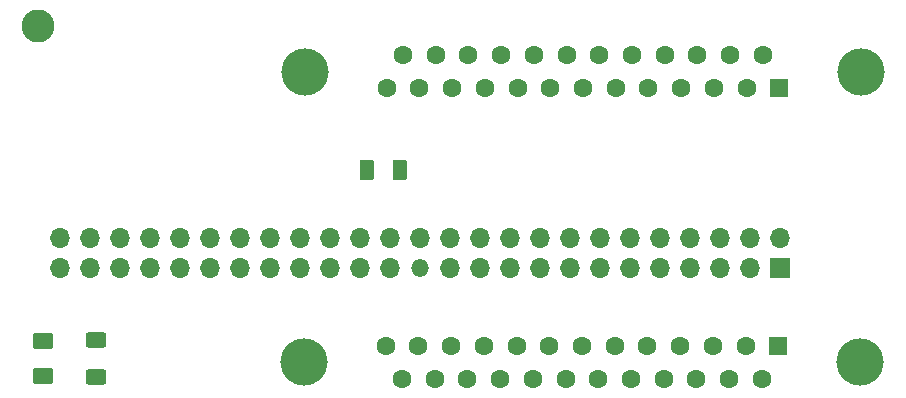
<source format=gts>
G04 #@! TF.GenerationSoftware,KiCad,Pcbnew,(7.0.0-0)*
G04 #@! TF.CreationDate,2024-01-14T16:53:11+09:00*
G04 #@! TF.ProjectId,SCSIRIDER2_db25:f_gh,53435349-5249-4444-9552-325f64623235,rev?*
G04 #@! TF.SameCoordinates,Original*
G04 #@! TF.FileFunction,Soldermask,Top*
G04 #@! TF.FilePolarity,Negative*
%FSLAX46Y46*%
G04 Gerber Fmt 4.6, Leading zero omitted, Abs format (unit mm)*
G04 Created by KiCad (PCBNEW (7.0.0-0)) date 2024-01-14 16:53:11*
%MOMM*%
%LPD*%
G01*
G04 APERTURE LIST*
G04 Aperture macros list*
%AMRoundRect*
0 Rectangle with rounded corners*
0 $1 Rounding radius*
0 $2 $3 $4 $5 $6 $7 $8 $9 X,Y pos of 4 corners*
0 Add a 4 corners polygon primitive as box body*
4,1,4,$2,$3,$4,$5,$6,$7,$8,$9,$2,$3,0*
0 Add four circle primitives for the rounded corners*
1,1,$1+$1,$2,$3*
1,1,$1+$1,$4,$5*
1,1,$1+$1,$6,$7*
1,1,$1+$1,$8,$9*
0 Add four rect primitives between the rounded corners*
20,1,$1+$1,$2,$3,$4,$5,0*
20,1,$1+$1,$4,$5,$6,$7,0*
20,1,$1+$1,$6,$7,$8,$9,0*
20,1,$1+$1,$8,$9,$2,$3,0*%
G04 Aperture macros list end*
%ADD10RoundRect,0.250001X-0.624999X0.462499X-0.624999X-0.462499X0.624999X-0.462499X0.624999X0.462499X0*%
%ADD11C,4.000000*%
%ADD12R,1.600000X1.600000*%
%ADD13C,1.600000*%
%ADD14RoundRect,0.250000X-0.375000X-0.625000X0.375000X-0.625000X0.375000X0.625000X-0.375000X0.625000X0*%
%ADD15C,2.800000*%
%ADD16RoundRect,0.250000X-0.625000X0.400000X-0.625000X-0.400000X0.625000X-0.400000X0.625000X0.400000X0*%
%ADD17R,1.700000X1.700000*%
%ADD18O,1.700000X1.700000*%
%ADD19O,1.500000X1.500000*%
G04 APERTURE END LIST*
D10*
X107750000Y-132380000D03*
X107750000Y-135355000D03*
D11*
X129865000Y-134200000D03*
X176965000Y-134200000D03*
D12*
X170034999Y-132779999D03*
D13*
X167265000Y-132780000D03*
X164495000Y-132780000D03*
X161725000Y-132780000D03*
X158955000Y-132780000D03*
X156185000Y-132780000D03*
X153415000Y-132780000D03*
X150645000Y-132780000D03*
X147875000Y-132780000D03*
X145105000Y-132780000D03*
X142335000Y-132780000D03*
X139565000Y-132780000D03*
X136795000Y-132780000D03*
X168650000Y-135620000D03*
X165880000Y-135620000D03*
X163110000Y-135620000D03*
X160340000Y-135620000D03*
X157570000Y-135620000D03*
X154800000Y-135620000D03*
X152030000Y-135620000D03*
X149260000Y-135620000D03*
X146490000Y-135620000D03*
X143720000Y-135620000D03*
X140950000Y-135620000D03*
X138180000Y-135620000D03*
D14*
X135220003Y-117950003D03*
X138020003Y-117950003D03*
D11*
X177050000Y-109580000D03*
X129950000Y-109580000D03*
D12*
X170119999Y-110999999D03*
D13*
X167350000Y-111000000D03*
X164580000Y-111000000D03*
X161810000Y-111000000D03*
X159040000Y-111000000D03*
X156270000Y-111000000D03*
X153500000Y-111000000D03*
X150730000Y-111000000D03*
X147960000Y-111000000D03*
X145190000Y-111000000D03*
X142420000Y-111000000D03*
X139650000Y-111000000D03*
X136880000Y-111000000D03*
X168735000Y-108160000D03*
X165965000Y-108160000D03*
X163195000Y-108160000D03*
X160425000Y-108160000D03*
X157655000Y-108160000D03*
X154885000Y-108160000D03*
X152115000Y-108160000D03*
X149345000Y-108160000D03*
X146575000Y-108160000D03*
X143805000Y-108160000D03*
X141035000Y-108160000D03*
X138265000Y-108160000D03*
D15*
X107370003Y-105730003D03*
D16*
X112270000Y-132310000D03*
X112270000Y-135410000D03*
D17*
X170170002Y-126190002D03*
D18*
X170170002Y-123650002D03*
X167630002Y-126190002D03*
X167630002Y-123650002D03*
X165090002Y-126190002D03*
X165090002Y-123650002D03*
X162550002Y-126190002D03*
X162550002Y-123650002D03*
X160010002Y-126190002D03*
X160010002Y-123650002D03*
X157470002Y-126190002D03*
X157470002Y-123650002D03*
X154930002Y-126190002D03*
X154930002Y-123650002D03*
X152390002Y-126190002D03*
X152390002Y-123650002D03*
X149850002Y-126190002D03*
X149850002Y-123650002D03*
X147310002Y-126190002D03*
X147310002Y-123650002D03*
X144770002Y-126190002D03*
X144770002Y-123650002D03*
X142230002Y-126190002D03*
X142230002Y-123650002D03*
D19*
X139690002Y-126190002D03*
D18*
X139690002Y-123650002D03*
X137150002Y-126190002D03*
X137150002Y-123650002D03*
X134610002Y-126190002D03*
X134610002Y-123650002D03*
X132070002Y-126190002D03*
X132070002Y-123650002D03*
X129530002Y-126190002D03*
X129530002Y-123650002D03*
X126990002Y-126190002D03*
X126990002Y-123650002D03*
X124450002Y-126190002D03*
X124450002Y-123650002D03*
X121910002Y-126190002D03*
X121910002Y-123650002D03*
X119370002Y-126190002D03*
X119370002Y-123650002D03*
X116830002Y-126190002D03*
X116830002Y-123650002D03*
X114290002Y-126190002D03*
X114290002Y-123650002D03*
X111750002Y-126190002D03*
X111750002Y-123650002D03*
X109210002Y-126190002D03*
X109210002Y-123650002D03*
M02*

</source>
